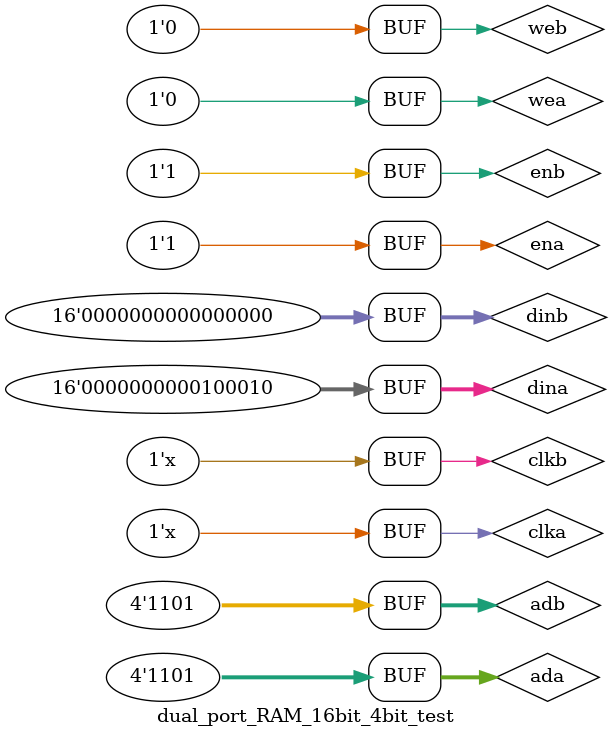
<source format=v>
`timescale 1ns / 1ps


module dual_port_RAM_16bit_4bit_test;

	// Inputs
	reg wea;
	reg ena;
	reg clka;
	reg web;
	reg enb;
	reg clkb;
	reg [15:0] dina;
	reg [15:0] dinb;
	reg [3:0] ada;
	reg [3:0] adb;

	// Outputs
	wire [15:0] outa;
	wire [15:0] outb;

	// Instantiate the Unit Under Test (UUT)
	dual_port_RAM_16bit_4bit uut (
		.wea(wea), 
		.ena(ena), 
		.clka(clka), 
		.web(web), 
		.enb(enb), 
		.clkb(clkb), 
		.dina(dina), 
		.dinb(dinb), 
		.ada(ada), 
		.adb(adb), 
		.outa(outa), 
		.outb(outb)
	);
	
	always #20 clka=~clka;
	always #20 clkb=~clkb;
	
	initial begin
		// Initialize Inputs
		wea = 0;
		ena = 0;
		clka = 0;
		web = 0;
		enb = 0;
		dina = 0;
		dinb = 0;
		ada = 0;
		adb = 0;
		#15;
		clkb = 0;
		ena=1;
		#40;
		ada=10;
		#40;
		wea=1;
		#40;
		dina=852;
		#40;
		wea=0;
		#40;
		ada=5;
		#40;
		ada=10;
		#40;
		#80;
		enb=1;
		adb=10;
		wea=1;
		#40;
		ada=13;
		#40;
		dina=34;
		#40;
		wea=0;
		#40;
		ada=5;
		#40;
		ada=13;
		#40;
		#80;
		enb=1;
		adb=13;

	end
      
endmodule


</source>
